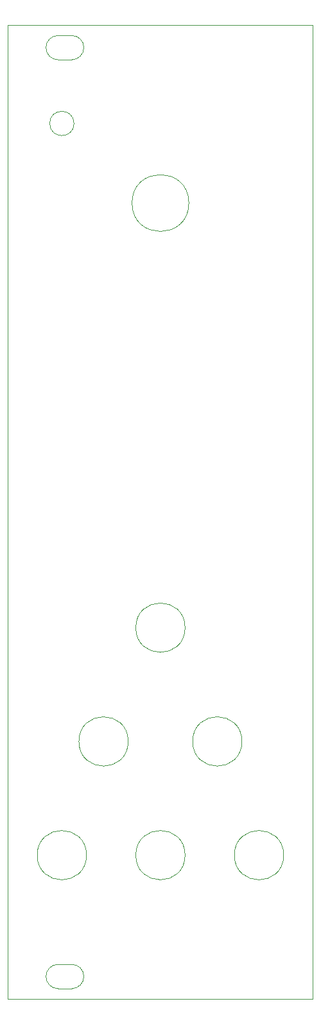
<source format=gm1>
G04 #@! TF.GenerationSoftware,KiCad,Pcbnew,(5.0.0-rc2)*
G04 #@! TF.CreationDate,2020-07-08T18:56:34+03:00*
G04 #@! TF.ProjectId,MODPNL2,4D4F44504E4C322E6B696361645F7063,rev?*
G04 #@! TF.SameCoordinates,PX2593240PY82a7440*
G04 #@! TF.FileFunction,Profile,NP*
%FSLAX46Y46*%
G04 Gerber Fmt 4.6, Leading zero omitted, Abs format (unit mm)*
G04 Created by KiCad (PCBNEW (5.0.0-rc2)) date Wed Jul  8 18:56:34 2020*
%MOMM*%
%LPD*%
G01*
G04 APERTURE LIST*
%ADD10C,0.100000*%
G04 #@! TA.AperFunction,NonConductor*
%ADD11C,0.120000*%
G04 #@! TD*
G04 APERTURE END LIST*
D10*
X0Y0D02*
X0Y0D01*
X0Y128500000D02*
X0Y0D01*
X40200000Y128500000D02*
X0Y128500000D01*
X40200000Y0D02*
X40200000Y128500000D01*
X0Y0D02*
X40200000Y0D01*
D11*
G04 #@! TO.C,Ref\002A\002A*
X23850000Y105000000D02*
G75*
G03X23850000Y105000000I-3750000J0D01*
G01*
G04 #@! TO.C,X*
X10000000Y3000000D02*
G75*
G03X8400000Y4600000I-1600000J0D01*
G01*
X8400000Y1400000D02*
G75*
G03X10000000Y3000000I0J1600000D01*
G01*
X6600000Y4600000D02*
G75*
G03X5000000Y3000000I0J-1600000D01*
G01*
X5000000Y3000000D02*
G75*
G03X6600000Y1400000I1600000J0D01*
G01*
X6600000Y1400000D02*
X8400000Y1400000D01*
X6600000Y4600000D02*
X8400000Y4600000D01*
X6600000Y127100000D02*
X8400000Y127100000D01*
X6600000Y123900000D02*
X8400000Y123900000D01*
X5000000Y125500000D02*
G75*
G03X6600000Y123900000I1600000J0D01*
G01*
X6600000Y127100000D02*
G75*
G03X5000000Y125500000I0J-1600000D01*
G01*
X8400000Y123900000D02*
G75*
G03X10000000Y125500000I0J1600000D01*
G01*
X10000000Y125500000D02*
G75*
G03X8400000Y127100000I-1600000J0D01*
G01*
G04 #@! TO.C,Ref\002A\002A*
X8700000Y115500000D02*
G75*
G03X8700000Y115500000I-1600000J0D01*
G01*
X23350000Y49000000D02*
G75*
G03X23350000Y49000000I-3250000J0D01*
G01*
X15850000Y34000000D02*
G75*
G03X15850000Y34000000I-3250000J0D01*
G01*
X30850000Y34000000D02*
G75*
G03X30850000Y34000000I-3250000J0D01*
G01*
X10350000Y19000000D02*
G75*
G03X10350000Y19000000I-3250000J0D01*
G01*
X23350000Y19000000D02*
G75*
G03X23350000Y19000000I-3250000J0D01*
G01*
X36350000Y19000000D02*
G75*
G03X36350000Y19000000I-3250000J0D01*
G01*
G04 #@! TD*
M02*

</source>
